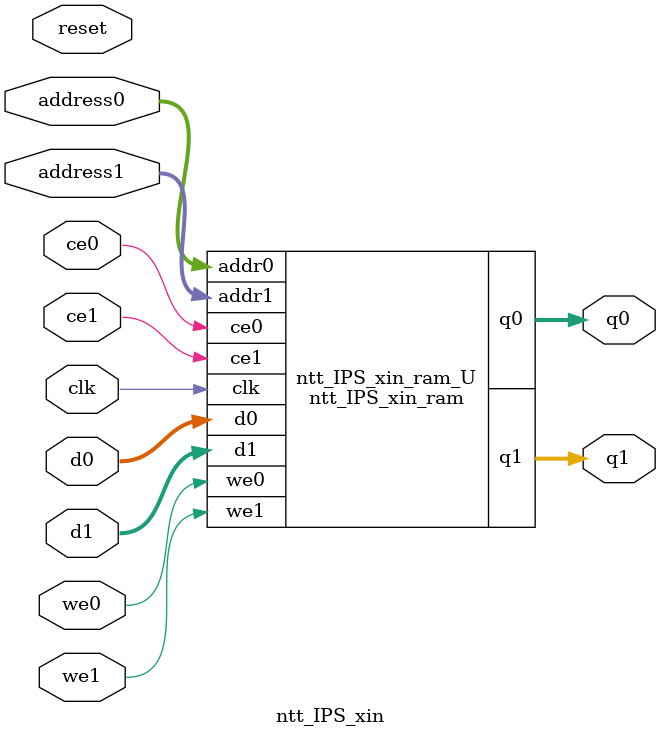
<source format=v>
`timescale 1 ns / 1 ps
module ntt_IPS_xin_ram (addr0, ce0, d0, we0, q0, addr1, ce1, d1, we1, q1,  clk);

parameter DWIDTH = 64;
parameter AWIDTH = 10;
parameter MEM_SIZE = 1024;

input[AWIDTH-1:0] addr0;
input ce0;
input[DWIDTH-1:0] d0;
input we0;
output reg[DWIDTH-1:0] q0;
input[AWIDTH-1:0] addr1;
input ce1;
input[DWIDTH-1:0] d1;
input we1;
output reg[DWIDTH-1:0] q1;
input clk;

reg [DWIDTH-1:0] ram[0:MEM_SIZE-1];




always @(posedge clk)  
begin 
    if (ce0) begin
        if (we0) 
            ram[addr0] <= d0; 
        q0 <= ram[addr0];
    end
end


always @(posedge clk)  
begin 
    if (ce1) begin
        if (we1) 
            ram[addr1] <= d1; 
        q1 <= ram[addr1];
    end
end


endmodule

`timescale 1 ns / 1 ps
module ntt_IPS_xin(
    reset,
    clk,
    address0,
    ce0,
    we0,
    d0,
    q0,
    address1,
    ce1,
    we1,
    d1,
    q1);

parameter DataWidth = 32'd64;
parameter AddressRange = 32'd1024;
parameter AddressWidth = 32'd10;
input reset;
input clk;
input[AddressWidth - 1:0] address0;
input ce0;
input we0;
input[DataWidth - 1:0] d0;
output[DataWidth - 1:0] q0;
input[AddressWidth - 1:0] address1;
input ce1;
input we1;
input[DataWidth - 1:0] d1;
output[DataWidth - 1:0] q1;



ntt_IPS_xin_ram ntt_IPS_xin_ram_U(
    .clk( clk ),
    .addr0( address0 ),
    .ce0( ce0 ),
    .we0( we0 ),
    .d0( d0 ),
    .q0( q0 ),
    .addr1( address1 ),
    .ce1( ce1 ),
    .we1( we1 ),
    .d1( d1 ),
    .q1( q1 ));

endmodule


</source>
